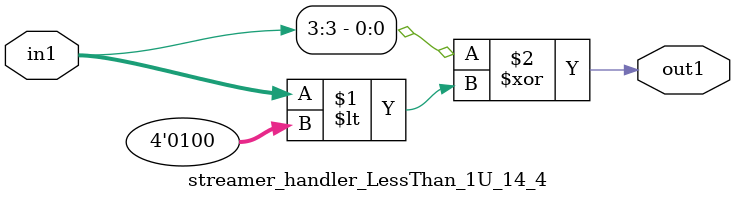
<source format=v>

`timescale 1ps / 1ps


module streamer_handler_LessThan_1U_14_4( in1, out1 );

    input [3:0] in1;
    output out1;

    
    // rtl_process:streamer_handler_LessThan_1U_14_4/streamer_handler_LessThan_1U_14_4_thread_1
    assign out1 = (in1[3] ^ in1 < 4'd04);

endmodule


</source>
